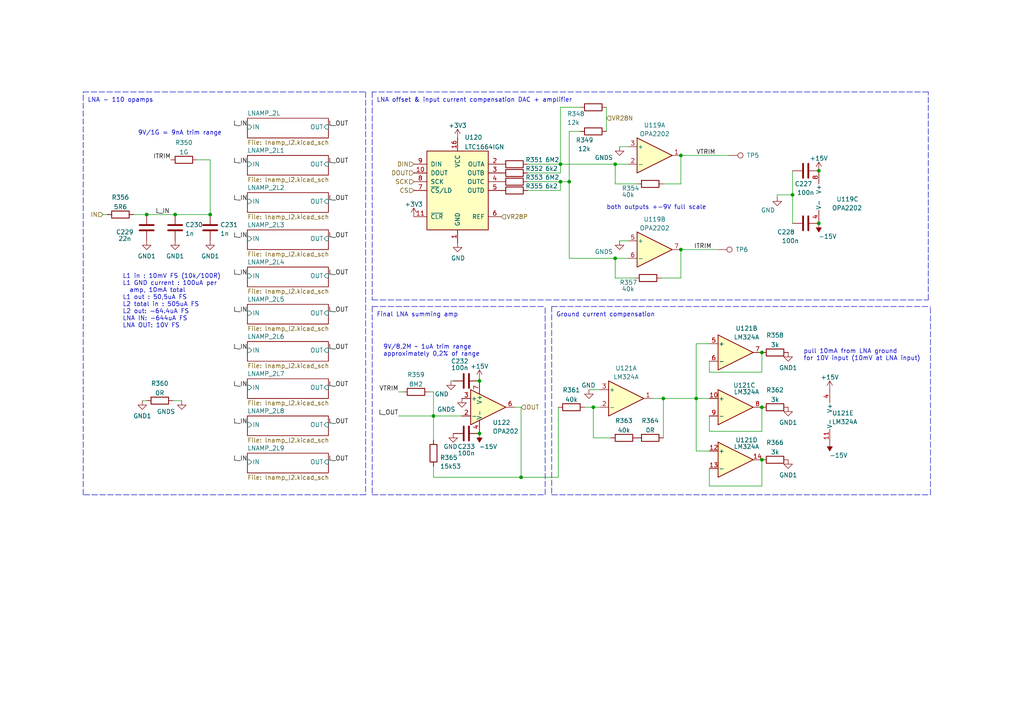
<source format=kicad_sch>
(kicad_sch (version 20211123) (generator eeschema)
  (paper "A4")
  (lib_symbols
    (symbol "Amplifier_Operational:LM324A" (pin_names (offset 0.127))
      (property "Reference" "U" (at 0 5.08 0))
      (property "Value" "LM324A" (at 0 -5.08 0))
      (symbol "LM324A_1_1"
        (polyline (pts (xy -5.08 5.08) (xy 5.08 0) (xy -5.08 -5.08) (xy -5.08 5.08)) (stroke (width 0.254)) (fill (type background)))
        (pin output line (at 7.62 0 180) (length 2.54) (name "~") (number "1"))
        (pin input line (at -7.62 -2.54 0) (length 2.54) (name "-") (number "2"))
        (pin input line (at -7.62 2.54 0) (length 2.54) (name "+") (number "3"))
      )
      (symbol "LM324A_2_1"
        (polyline (pts (xy -5.08 5.08) (xy 5.08 0) (xy -5.08 -5.08) (xy -5.08 5.08)) (stroke (width 0.254)) (fill (type background)))
        (pin input line (at -7.62 2.54 0) (length 2.54) (name "+") (number "5"))
        (pin input line (at -7.62 -2.54 0) (length 2.54) (name "-") (number "6"))
        (pin output line (at 7.62 0 180) (length 2.54) (name "~") (number "7"))
      )
      (symbol "LM324A_3_1"
        (polyline (pts (xy -5.08 5.08) (xy 5.08 0) (xy -5.08 -5.08) (xy -5.08 5.08)) (stroke (width 0.254)) (fill (type background)))
        (pin input line (at -7.62 2.54 0) (length 2.54) (name "+") (number "10"))
        (pin output line (at 7.62 0 180) (length 2.54) (name "~") (number "8"))
        (pin input line (at -7.62 -2.54 0) (length 2.54) (name "-") (number "9"))
      )
      (symbol "LM324A_4_1"
        (polyline (pts (xy -5.08 5.08) (xy 5.08 0) (xy -5.08 -5.08) (xy -5.08 5.08)) (stroke (width 0.254)) (fill (type background)))
        (pin input line (at -7.62 2.54 0) (length 2.54) (name "+") (number "12"))
        (pin input line (at -7.62 -2.54 0) (length 2.54) (name "-") (number "13"))
        (pin output line (at 7.62 0 180) (length 2.54) (name "~") (number "14"))
      )
      (symbol "LM324A_5_1"
        (pin power_in line (at -2.54 -7.62 90) (length 3.81) (name "V-") (number "11"))
        (pin power_in line (at -2.54 7.62 270) (length 3.81) (name "V+") (number "4"))
      )
    )
    (symbol "Amplifier_Operational:OPA188xxD" (pin_names (offset 0.127))
      (property "Reference" "U" (at 0 6.35 0))
      (property "Value" "OPA188xxD" (at 0 3.81 0))
      (symbol "OPA188xxD_0_1"
        (polyline (pts (xy -5.08 5.08) (xy 5.08 0) (xy -5.08 -5.08) (xy -5.08 5.08)) (stroke (width 0.254)) (fill (type background)))
      )
      (symbol "OPA188xxD_1_1"
        (pin no_connect line (at -2.54 2.54 270) (length 2.54) hide (name "NC") (number "1"))
        (pin input line (at -7.62 -2.54 0) (length 2.54) (name "-") (number "2"))
        (pin input line (at -7.62 2.54 0) (length 2.54) (name "+") (number "3"))
        (pin power_in line (at -2.54 -7.62 90) (length 3.81) (name "V-") (number "4"))
        (pin no_connect line (at 0 2.54 270) (length 2.54) hide (name "NC") (number "5"))
        (pin output line (at 7.62 0 180) (length 2.54) (name "~") (number "6"))
        (pin power_in line (at -2.54 7.62 270) (length 3.81) (name "V+") (number "7"))
        (pin no_connect line (at 0 -2.54 90) (length 2.54) hide (name "NC") (number "8"))
      )
    )
    (symbol "Amplifier_Operational:TL072" (pin_names (offset 0.127))
      (property "Reference" "U" (at 0 5.08 0))
      (property "Value" "TL072" (at 0 -5.08 0))
      (symbol "TL072_1_1"
        (polyline (pts (xy -5.08 5.08) (xy 5.08 0) (xy -5.08 -5.08) (xy -5.08 5.08)) (stroke (width 0.254)) (fill (type background)))
        (pin output line (at 7.62 0 180) (length 2.54) (name "~") (number "1"))
        (pin input line (at -7.62 -2.54 0) (length 2.54) (name "-") (number "2"))
        (pin input line (at -7.62 2.54 0) (length 2.54) (name "+") (number "3"))
      )
      (symbol "TL072_2_1"
        (polyline (pts (xy -5.08 5.08) (xy 5.08 0) (xy -5.08 -5.08) (xy -5.08 5.08)) (stroke (width 0.254)) (fill (type background)))
        (pin input line (at -7.62 2.54 0) (length 2.54) (name "+") (number "5"))
        (pin input line (at -7.62 -2.54 0) (length 2.54) (name "-") (number "6"))
        (pin output line (at 7.62 0 180) (length 2.54) (name "~") (number "7"))
      )
      (symbol "TL072_3_1"
        (pin power_in line (at -2.54 -7.62 90) (length 3.81) (name "V-") (number "4"))
        (pin power_in line (at -2.54 7.62 270) (length 3.81) (name "V+") (number "8"))
      )
    )
    (symbol "Analog_DAC:LTC1664IGN" (pin_names (offset 1.016))
      (property "Reference" "U" (at -8.89 12.7 0))
      (property "Value" "LTC1664IGN" (at 2.54 12.7 0))
      (symbol "LTC1664IGN_0_1"
        (rectangle (start -8.89 11.43) (end 8.89 -11.43) (stroke (width 0.254)) (fill (type background)))
      )
      (symbol "LTC1664IGN_1_1"
        (pin power_in line (at 0 -15.24 90) (length 3.81) (name "GND") (number "1"))
        (pin output line (at -12.7 5.08 0) (length 3.81) (name "DOUT") (number "10"))
        (pin input line (at -12.7 -7.62 0) (length 3.81) (name "~{CLR}") (number "11"))
        (pin no_connect line (at -5.08 -15.24 90) (length 3.81) hide (name "NC") (number "12"))
        (pin no_connect line (at -2.54 -15.24 90) (length 3.81) hide (name "NC") (number "13"))
        (pin no_connect line (at 2.54 -15.24 90) (length 3.81) hide (name "NC") (number "14"))
        (pin no_connect line (at 5.08 -15.24 90) (length 3.81) hide (name "NC") (number "15"))
        (pin power_in line (at 0 15.24 270) (length 3.81) (name "VCC") (number "16"))
        (pin output line (at 12.7 7.62 180) (length 3.81) (name "OUTA") (number "2"))
        (pin output line (at 12.7 5.08 180) (length 3.81) (name "OUTB") (number "3"))
        (pin output line (at 12.7 2.54 180) (length 3.81) (name "OUTC") (number "4"))
        (pin output line (at 12.7 0 180) (length 3.81) (name "OUTD") (number "5"))
        (pin input line (at 12.7 -7.62 180) (length 3.81) (name "REF") (number "6"))
        (pin input line (at -12.7 0 0) (length 3.81) (name "~{CS}/LD") (number "7"))
        (pin input line (at -12.7 2.54 0) (length 3.81) (name "SCK") (number "8"))
        (pin input line (at -12.7 7.62 0) (length 3.81) (name "DIN") (number "9"))
      )
    )
    (symbol "Connector:TestPoint" (pin_numbers hide) (pin_names (offset 0.762) hide)
      (property "Reference" "TP" (at 0 6.858 0))
      (property "Value" "TestPoint" (at 0 5.08 0))
      (symbol "TestPoint_0_1"
        (circle (center 0 3.302) (radius 0.762))
      )
      (symbol "TestPoint_1_1"
        (pin passive line (at 0 0 90) (length 2.54) (name "1") (number "1"))
      )
    )
    (symbol "Device:C" (pin_numbers hide) (pin_names (offset 0.254))
      (property "Reference" "C" (at 0.635 2.54 0))
      (property "Value" "C" (at 0.635 -2.54 0))
      (symbol "C_0_1"
        (polyline (pts (xy -2.032 -0.762) (xy 2.032 -0.762)) (stroke (width 0.508)))
        (polyline (pts (xy -2.032 0.762) (xy 2.032 0.762)) (stroke (width 0.508)))
      )
      (symbol "C_1_1"
        (pin passive line (at 0 3.81 270) (length 2.794) (name "~") (number "1"))
        (pin passive line (at 0 -3.81 90) (length 2.794) (name "~") (number "2"))
      )
    )
    (symbol "Device:R" (pin_numbers hide) (pin_names (offset 0))
      (property "Reference" "R" (at 2.032 0 90))
      (property "Value" "R" (at 0 0 90))
      (symbol "R_0_1"
        (rectangle (start -1.016 -2.54) (end 1.016 2.54) (stroke (width 0.254)))
      )
      (symbol "R_1_1"
        (pin passive line (at 0 3.81 270) (length 1.27) (name "~") (number "1"))
        (pin passive line (at 0 -3.81 90) (length 1.27) (name "~") (number "2"))
      )
    )
    (symbol "power:+15V" (power) (pin_names (offset 0))
      (property "Value" "+15V" (at 0 3.556 0))
      (symbol "+15V_0_1"
        (polyline (pts (xy -0.762 1.27) (xy 0 2.54)))
        (polyline (pts (xy 0 0) (xy 0 2.54)))
        (polyline (pts (xy 0 2.54) (xy 0.762 1.27)))
      )
      (symbol "+15V_1_1"
        (pin power_in line (at 0 0 90) (length 0) hide (name "+15V") (number "1"))
      )
    )
    (symbol "power:+3V3" (power) (pin_names (offset 0))
      (property "Value" "+3V3" (at 0 3.556 0))
      (symbol "+3V3_0_1"
        (polyline (pts (xy -0.762 1.27) (xy 0 2.54)))
        (polyline (pts (xy 0 0) (xy 0 2.54)))
        (polyline (pts (xy 0 2.54) (xy 0.762 1.27)))
      )
      (symbol "+3V3_1_1"
        (pin power_in line (at 0 0 90) (length 0) hide (name "+3V3") (number "1"))
      )
    )
    (symbol "power:-15V" (power) (pin_names (offset 0))
      (property "Value" "-15V" (at 0 3.81 0))
      (symbol "-15V_0_0"
        (pin power_in line (at 0 0 90) (length 0) hide (name "-15V") (number "1"))
      )
      (symbol "-15V_0_1"
        (polyline (pts (xy 0 0) (xy 0 1.27) (xy 0.762 1.27) (xy 0 2.54) (xy -0.762 1.27) (xy 0 1.27)) (fill (type outline)))
      )
    )
    (symbol "power:GND" (power) (pin_names (offset 0))
      (property "Value" "GND" (at 0 -3.81 0))
      (symbol "GND_0_1"
        (polyline (pts (xy 0 0) (xy 0 -1.27) (xy 1.27 -1.27) (xy 0 -2.54) (xy -1.27 -1.27) (xy 0 -1.27)))
      )
      (symbol "GND_1_1"
        (pin power_in line (at 0 0 270) (length 0) hide (name "GND") (number "1"))
      )
    )
    (symbol "power:GND1" (power) (pin_names (offset 0))
      (property "Value" "GND1" (at 0 -3.81 0))
      (symbol "GND1_0_1"
        (polyline (pts (xy 0 0) (xy 0 -1.27) (xy 1.27 -1.27) (xy 0 -2.54) (xy -1.27 -1.27) (xy 0 -1.27)))
      )
      (symbol "GND1_1_1"
        (pin power_in line (at 0 0 270) (length 0) hide (name "GND1") (number "1"))
      )
    )
    (symbol "power:GNDS" (power) (pin_names (offset 0))
      (property "Value" "GNDS" (at 0 -3.81 0))
      (symbol "GNDS_0_1"
        (polyline (pts (xy 0 0) (xy 0 -1.27) (xy 1.27 -1.27) (xy 0 -2.54) (xy -1.27 -1.27) (xy 0 -1.27)))
      )
      (symbol "GNDS_1_1"
        (pin power_in line (at 0 0 270) (length 0) hide (name "GNDS") (number "1"))
      )
    )
  )
  (junction (at 237.49 64.77))
  (junction (at 151.13 138.43))
  (junction (at 139.065 110.49))
  (junction (at 197.485 45.085))
  (junction (at 201.93 115.57))
  (junction (at 139.065 125.73))
  (junction (at 220.98 118.11))
  (junction (at 42.545 62.23))
  (junction (at 178.435 74.93))
  (junction (at 220.98 102.235))
  (junction (at 162.56 52.705))
  (junction (at 220.98 133.35))
  (junction (at 197.485 72.39))
  (junction (at 178.435 47.625))
  (junction (at 192.405 115.57))
  (junction (at 165.1 52.705))
  (junction (at 50.8 62.23))
  (junction (at 125.73 120.65))
  (junction (at 60.96 62.23))
  (junction (at 162.56 47.625))
  (junction (at 237.49 49.53))
  (junction (at 172.085 118.11))
  (junction (at 229.87 56.515))
  (wire (pts (xy 197.485 72.39) (xy 208.28 72.39)))
  (wire (pts (xy 197.485 53.34) (xy 197.485 45.085)))
  (wire (pts (xy 205.74 104.775) (xy 205.74 107.95)))
  (wire (pts (xy 178.435 80.645) (xy 178.435 74.93)))
  (wire (pts (xy 125.73 120.65) (xy 125.73 127.635)))
  (polyline (pts (xy 24.13 143.51) (xy 24.13 26.67)))
  (wire (pts (xy 220.98 125.095) (xy 220.98 118.11)))
  (wire (pts (xy 125.73 138.43) (xy 151.13 138.43)))
  (wire (pts (xy 125.73 113.665) (xy 125.73 120.65)))
  (wire (pts (xy 41.275 116.205) (xy 42.545 116.205)))
  (wire (pts (xy 184.785 53.34) (xy 178.435 53.34)))
  (wire (pts (xy 205.74 125.095) (xy 220.98 125.095)))
  (wire (pts (xy 125.73 135.255) (xy 125.73 138.43)))
  (wire (pts (xy 175.895 31.115) (xy 175.895 38.1)))
  (polyline (pts (xy 107.95 143.51) (xy 158.115 143.51)))
  (wire (pts (xy 115.57 113.665) (xy 116.84 113.665)))
  (polyline (pts (xy 160.02 88.9) (xy 160.02 143.51)))
  (wire (pts (xy 184.15 80.645) (xy 178.435 80.645)))
  (polyline (pts (xy 269.24 26.67) (xy 107.95 26.67)))
  (wire (pts (xy 130.81 110.49) (xy 131.445 110.49)))
  (wire (pts (xy 220.98 133.35) (xy 220.98 140.97)))
  (polyline (pts (xy 106.045 143.51) (xy 24.13 143.51)))
  (wire (pts (xy 197.485 45.085) (xy 211.455 45.085)))
  (wire (pts (xy 192.405 115.57) (xy 201.93 115.57)))
  (wire (pts (xy 201.93 115.57) (xy 205.74 115.57)))
  (wire (pts (xy 201.93 99.695) (xy 201.93 115.57)))
  (wire (pts (xy 205.74 99.695) (xy 201.93 99.695)))
  (wire (pts (xy 29.845 62.23) (xy 31.115 62.23)))
  (wire (pts (xy 60.96 46.355) (xy 60.96 62.23)))
  (wire (pts (xy 172.085 118.11) (xy 173.99 118.11)))
  (polyline (pts (xy 269.24 86.995) (xy 269.24 26.67)))
  (wire (pts (xy 205.74 120.65) (xy 205.74 125.095)))
  (wire (pts (xy 151.13 138.43) (xy 151.13 118.11)))
  (wire (pts (xy 162.56 52.705) (xy 165.1 52.705)))
  (wire (pts (xy 192.405 53.34) (xy 197.485 53.34)))
  (wire (pts (xy 169.545 118.11) (xy 172.085 118.11)))
  (polyline (pts (xy 269.875 143.51) (xy 269.875 88.9)))
  (wire (pts (xy 165.1 74.93) (xy 178.435 74.93)))
  (polyline (pts (xy 107.95 88.9) (xy 158.115 88.9)))
  (wire (pts (xy 229.87 49.53) (xy 229.87 56.515)))
  (wire (pts (xy 42.545 62.23) (xy 50.8 62.23)))
  (wire (pts (xy 153.035 52.705) (xy 162.56 52.705)))
  (wire (pts (xy 124.46 113.665) (xy 125.73 113.665)))
  (wire (pts (xy 229.87 56.515) (xy 225.425 56.515)))
  (wire (pts (xy 192.405 115.57) (xy 189.23 115.57)))
  (wire (pts (xy 162.56 47.625) (xy 178.435 47.625)))
  (wire (pts (xy 179.705 69.85) (xy 182.245 69.85)))
  (polyline (pts (xy 106.045 26.67) (xy 106.045 143.51)))
  (wire (pts (xy 220.98 140.97) (xy 205.74 140.97)))
  (wire (pts (xy 192.405 127) (xy 192.405 115.57)))
  (wire (pts (xy 197.485 80.645) (xy 197.485 72.39)))
  (wire (pts (xy 205.74 107.95) (xy 220.98 107.95)))
  (wire (pts (xy 50.8 62.23) (xy 60.96 62.23)))
  (wire (pts (xy 170.815 113.03) (xy 173.99 113.03)))
  (polyline (pts (xy 160.02 88.9) (xy 269.875 88.9)))
  (wire (pts (xy 201.93 130.81) (xy 205.74 130.81)))
  (wire (pts (xy 168.275 38.1) (xy 165.1 38.1)))
  (wire (pts (xy 153.035 47.625) (xy 162.56 47.625)))
  (wire (pts (xy 162.56 50.165) (xy 162.56 47.625)))
  (wire (pts (xy 115.57 120.65) (xy 125.73 120.65)))
  (polyline (pts (xy 160.02 143.51) (xy 269.875 143.51)))
  (wire (pts (xy 177.165 127) (xy 172.085 127)))
  (wire (pts (xy 178.435 47.625) (xy 182.245 47.625)))
  (wire (pts (xy 161.925 138.43) (xy 161.925 118.11)))
  (wire (pts (xy 153.035 55.245) (xy 162.56 55.245)))
  (wire (pts (xy 125.73 120.65) (xy 133.985 120.65)))
  (wire (pts (xy 165.1 38.1) (xy 165.1 52.705)))
  (wire (pts (xy 229.87 56.515) (xy 229.87 64.77)))
  (polyline (pts (xy 107.95 86.995) (xy 269.24 86.995)))
  (wire (pts (xy 179.705 42.545) (xy 182.245 42.545)))
  (polyline (pts (xy 107.95 88.9) (xy 107.95 143.51)))
  (polyline (pts (xy 24.13 26.67) (xy 106.045 26.67)))
  (wire (pts (xy 191.77 80.645) (xy 197.485 80.645)))
  (wire (pts (xy 178.435 53.34) (xy 178.435 47.625)))
  (wire (pts (xy 220.98 107.95) (xy 220.98 102.235)))
  (wire (pts (xy 168.275 31.115) (xy 162.56 31.115)))
  (wire (pts (xy 139.065 110.49) (xy 139.065 109.855)))
  (wire (pts (xy 162.56 55.245) (xy 162.56 52.705)))
  (wire (pts (xy 50.165 116.205) (xy 52.705 116.205)))
  (wire (pts (xy 165.1 52.705) (xy 165.1 74.93)))
  (wire (pts (xy 153.035 50.165) (xy 162.56 50.165)))
  (wire (pts (xy 205.74 140.97) (xy 205.74 135.89)))
  (wire (pts (xy 151.13 118.11) (xy 149.225 118.11)))
  (polyline (pts (xy 107.95 26.67) (xy 107.95 86.995)))
  (wire (pts (xy 151.13 138.43) (xy 161.925 138.43)))
  (wire (pts (xy 162.56 31.115) (xy 162.56 47.625)))
  (wire (pts (xy 178.435 74.93) (xy 182.245 74.93)))
  (wire (pts (xy 201.93 115.57) (xy 201.93 130.81)))
  (wire (pts (xy 225.425 56.515) (xy 225.425 57.15)))
  (wire (pts (xy 172.085 127) (xy 172.085 118.11)))
  (wire (pts (xy 57.15 46.355) (xy 60.96 46.355)))
  (polyline (pts (xy 158.115 143.51) (xy 158.115 88.9)))
  (wire (pts (xy 38.735 62.23) (xy 42.545 62.23)))
  (text "both outputs +-9V full scale" (at 175.895 60.96 0) (effects (font (size 1.27 1.27)) (justify left bottom)))
  (text "LNA - 110 opamps" (at 25.4 29.845 0) (effects (font (size 1.27 1.27)) (justify left bottom)))
  (text "Final LNA summing amp" (at 109.22 92.075 0) (effects (font (size 1.27 1.27)) (justify left bottom)))
  (text "9V/1G = 9nA trim range" (at 40.005 39.37 0) (effects (font (size 1.27 1.27)) (justify left bottom)))
  (text "L1 in : 10mV FS (10k/100R)\nL1 GND current : 100uA per \n  amp, 10mA total\nL1 out : 50,5uA FS\nL2 total in : 505uA FS\nL2 out: -64.4uA FS\nLNA IN: -644uA FS\nLNA OUT: 10V FS" (at 35.56 95.25 0) (effects (font (size 1.27 1.27)) (justify left bottom)))
  (text "LNA offset & input current compensation DAC + amplifier" (at 109.22 29.845 0) (effects (font (size 1.27 1.27)) (justify left bottom)))
  (text "Ground current compensation" (at 161.29 92.075 0) (effects (font (size 1.27 1.27)) (justify left bottom)))
  (text "9V/8,2M ~ 1uA trim range\napproximately 0,2% of range" (at 111.125 103.505 0) (effects (font (size 1.27 1.27)) (justify left bottom)))
  (text "pull 10mA from LNA ground \nfor 10V input (10mV at LNA input)" (at 233.045 104.775 0) (effects (font (size 1.27 1.27)) (justify left bottom)))
  (label "ITRIM" (at 49.53 46.355 180))
  (label "L_IN" (at 71.755 101.6 180))
  (label "VTRIM" (at 201.93 45.085 0))
  (label "L_OUT" (at 95.25 101.6 0))
  (label "L_OUT" (at 115.57 120.65 180))
  (label "L_OUT" (at 95.25 133.985 0))
  (label "L_OUT" (at 95.25 47.625 0))
  (label "L_IN" (at 71.755 133.985 180))
  (label "L_OUT" (at 95.25 90.805 0))
  (label "L_IN" (at 71.755 58.42 180))
  (label "L_IN" (at 71.755 90.805 180))
  (label "L_OUT" (at 95.25 112.395 0))
  (label "L_IN" (at 71.755 36.83 180))
  (label "L_OUT" (at 95.25 58.42 0))
  (label "L_IN" (at 71.755 47.625 180))
  (label "L_OUT" (at 95.25 69.215 0))
  (label "L_IN" (at 71.755 112.395 180))
  (label "L_OUT" (at 95.25 80.01 0))
  (label "ITRIM" (at 201.295 72.39 0))
  (label "VTRIM" (at 115.57 113.665 180))
  (label "L_IN" (at 71.755 69.215 180))
  (label "L_IN" (at 71.755 123.19 180))
  (label "L_IN" (at 45.085 62.23 0))
  (label "L_IN" (at 71.755 80.01 180))
  (label "L_OUT" (at 95.25 36.83 0))
  (label "L_OUT" (at 95.25 123.19 0))
  (hierarchical_label "DOUT" (shape input) (at 120.015 50.165 180))
  (hierarchical_label "SCK" (shape input) (at 120.015 52.705 180))
  (hierarchical_label "CS" (shape input) (at 120.015 55.245 180))
  (hierarchical_label "IN" (shape input) (at 29.845 62.23 180))
  (hierarchical_label "VR28P" (shape input) (at 145.415 62.865 0))
  (hierarchical_label "DIN" (shape input) (at 120.015 47.625 180))
  (hierarchical_label "VR28N" (shape input) (at 175.895 34.29 0))
  (hierarchical_label "OUT" (shape input) (at 151.13 118.11 0))
  (symbol (lib_id "Device:R") (at 149.225 47.625 270) (mirror x) (unit 1)
    (property "Reference" "R351" (at 152.4 46.355 90) (effects (justify left)))
    (property "Value" "6M2" (at 158.115 46.355 90) (effects (justify left)))
    (property "Footprint" "Resistor_SMD:R_0805_2012Metric" (effects hide))
    (property "PN" "CRCW08056M20" (effects hide))
    (property "supplier" "TME" (effects hide))
  )
  (symbol (lib_id "power:GND1") (at 228.6 102.235 0) (unit 1)
    (property "Reference" "#PWR0559" (effects hide))
    (property "Value" "GND1" (at 228.6 106.6784 0))
  )
  (symbol (lib_id "Device:C") (at 50.8 66.04 0) (unit 1)
    (property "Reference" "C230" (at 53.721 65.2053 0) (effects (justify left)))
    (property "Value" "1n" (at 53.721 67.7422 0) (effects (justify left)))
    (property "Footprint" "Capacitor_SMD:C_0805_2012Metric" (effects hide))
    (property "PN" "VJ0805A102JXACW1BC" (effects hide))
    (property "supplier" "TME" (effects hide))
  )
  (symbol (lib_id "Amplifier_Operational:TL072") (at 189.865 72.39 0) (unit 2)
    (property "Reference" "U119" (at 189.865 63.6102 0))
    (property "Value" "OPA2202" (at 189.865 66.1471 0))
    (property "Footprint" "Package_SO:SOIC-8_3.9x4.9mm_P1.27mm" (effects hide))
    (property "Datasheet" "http://www.ti.com/lit/ds/symlink/tl071.pdf" (effects hide))
    (property "PN" "OPA2202IDR" (effects hide))
    (property "supplier" "MOUSER" (effects hide))
  )
  (symbol (lib_id "Analog_DAC:LTC1664IGN") (at 132.715 55.245 0) (unit 1)
    (property "Reference" "U120" (at 134.7344 39.8485 0) (effects (justify left)))
    (property "Value" "LTC1664IGN" (at 134.7344 42.6236 0) (effects (justify left)))
    (property "Footprint" "Package_SO:TSSOP-16_4.4x5mm_P0.65mm" (effects hide))
    (property "Datasheet" "https://www.analog.com/media/en/technical-documentation/data-sheets/1664fa.pdf" (effects hide))
    (property "PN" "LTC1664IGN" (effects hide))
    (property "supplier" "MOUSER" (effects hide))
  )
  (symbol (lib_id "power:+15V") (at 240.665 113.03 0) (unit 1)
    (property "Reference" "#PWR0563" (effects hide))
    (property "Value" "+15V" (at 240.665 109.4255 0))
  )
  (symbol (lib_id "power:GND1") (at 228.6 133.35 0) (unit 1)
    (property "Reference" "#PWR0571" (effects hide))
    (property "Value" "GND1" (at 228.6 137.7934 0))
  )
  (symbol (lib_id "Connector:TestPoint") (at 208.28 72.39 270) (unit 1)
    (property "Reference" "TP6" (at 213.36 72.39 90) (effects (justify left)))
    (property "Value" "TestPoint" (effects hide))
    (property "Footprint" "TestPoint:TestPoint_Loop_D2.54mm_Drill1.5mm_Beaded" (effects hide))
    (property "comment" "optional" (effects hide))
    (property "supplier" "aliexpress" (effects hide))
  )
  (symbol (lib_id "Device:R") (at 172.085 38.1 270) (mirror x) (unit 1)
    (property "Reference" "R349" (at 167.005 40.64 90) (effects (justify left)))
    (property "Value" "12k" (at 167.64 43.18 90) (effects (justify left)))
    (property "Footprint" "Resistor_SMD:R_0805_2012Metric" (effects hide))
    (property "PN" "CRCW080512K0" (effects hide))
    (property "supplier" "TME" (effects hide))
  )
  (symbol (lib_id "Amplifier_Operational:TL072") (at 240.03 57.15 0) (unit 3)
    (property "Reference" "U119" (at 242.57 57.785 0) (effects (justify left)))
    (property "Value" "OPA2202" (at 241.3 60.325 0) (effects (justify left)))
    (property "Footprint" "Package_SO:SOIC-8_3.9x4.9mm_P1.27mm" (effects hide))
    (property "Datasheet" "http://www.ti.com/lit/ds/symlink/tl071.pdf" (effects hide))
    (property "PN" "OPA2202IDR" (effects hide))
    (property "supplier" "MOUSER" (effects hide))
  )
  (symbol (lib_id "power:GND1") (at 42.545 69.85 0) (unit 1)
    (property "Reference" "#PWR0554" (effects hide))
    (property "Value" "GND1" (at 42.545 74.2934 0))
  )
  (symbol (lib_id "Device:R") (at 149.225 52.705 270) (mirror x) (unit 1)
    (property "Reference" "R353" (at 152.4 51.435 90) (effects (justify left)))
    (property "Value" "6M2" (at 158.115 51.435 90) (effects (justify left)))
    (property "Footprint" "Resistor_SMD:R_0805_2012Metric" (effects hide))
    (property "PN" "CRCW08056M20" (effects hide))
    (property "supplier" "TME" (effects hide))
  )
  (symbol (lib_id "Amplifier_Operational:LM324A") (at 243.205 120.65 0) (unit 5)
    (property "Reference" "U121" (at 241.3 119.8153 0) (effects (justify left)))
    (property "Value" "LM324A" (at 241.3 122.3522 0) (effects (justify left)))
    (property "Footprint" "Package_SO:SOIC-14_3.9x8.7mm_P1.27mm" (effects hide))
    (property "Datasheet" "http://www.ti.com/lit/ds/symlink/lm2902-n.pdf" (effects hide))
    (property "PN" "LM324AD" (effects hide))
    (property "supplier" "TME" (effects hide))
  )
  (symbol (lib_id "power:GND") (at 132.715 70.485 0) (unit 1)
    (property "Reference" "#PWR0558" (effects hide))
    (property "Value" "GND" (at 132.842 74.8792 0))
  )
  (symbol (lib_id "Device:R") (at 188.595 53.34 270) (mirror x) (unit 1)
    (property "Reference" "R354" (at 180.34 54.61 90) (effects (justify left)))
    (property "Value" "40k" (at 180.34 56.515 90) (effects (justify left)))
    (property "Footprint" "Resistor_SMD:R_0805_2012Metric" (effects hide))
    (property "PN" "279-RN73C2A40K2BTD " (effects hide))
    (property "supplier" "MOUSER" (effects hide))
  )
  (symbol (lib_id "Amplifier_Operational:LM324A") (at 181.61 115.57 0) (unit 1)
    (property "Reference" "U121" (at 181.61 106.7902 0))
    (property "Value" "LM324A" (at 181.61 109.3271 0))
    (property "Footprint" "Package_SO:SOIC-14_3.9x8.7mm_P1.27mm" (effects hide))
    (property "Datasheet" "http://www.ti.com/lit/ds/symlink/lm2902-n.pdf" (effects hide))
    (property "PN" "LM324AD" (effects hide))
    (property "supplier" "TME" (effects hide))
  )
  (symbol (lib_id "Device:C") (at 233.68 64.77 270) (unit 1)
    (property "Reference" "C228" (at 227.965 67.31 90))
    (property "Value" "100n" (at 229.235 69.85 90))
    (property "Footprint" "Capacitor_SMD:C_0805_2012Metric_Pad1.18x1.45mm_HandSolder" (effects hide))
    (property "PN" "CL21B104KBCNNNC" (effects hide))
    (property "supplier" "TME" (effects hide))
  )
  (symbol (lib_id "Amplifier_Operational:LM324A") (at 213.36 102.235 0) (unit 2)
    (property "Reference" "U121" (at 216.535 95.25 0))
    (property "Value" "LM324A" (at 216.535 97.79 0))
    (property "Footprint" "Package_SO:SOIC-14_3.9x8.7mm_P1.27mm" (effects hide))
    (property "Datasheet" "http://www.ti.com/lit/ds/symlink/lm2902-n.pdf" (effects hide))
    (property "PN" "LM324AD" (effects hide))
    (property "supplier" "TME" (effects hide))
  )
  (symbol (lib_id "power:GND1") (at 50.8 69.85 0) (unit 1)
    (property "Reference" "#PWR0555" (effects hide))
    (property "Value" "GND1" (at 50.8 74.2934 0))
  )
  (symbol (lib_id "Device:C") (at 135.255 125.73 270) (unit 1)
    (property "Reference" "C233" (at 135.255 129.54 90))
    (property "Value" "100n" (at 135.255 131.445 90))
    (property "Footprint" "Capacitor_SMD:C_0805_2012Metric_Pad1.18x1.45mm_HandSolder" (effects hide))
    (property "PN" "CL21B104KBCNNNC" (effects hide))
    (property "supplier" "TME" (effects hide))
  )
  (symbol (lib_id "Device:R") (at 125.73 131.445 180) (unit 1)
    (property "Reference" "R365" (at 127.635 132.715 0) (effects (justify right)))
    (property "Value" "15k53" (at 127.635 135.255 0) (effects (justify right)))
    (property "Footprint" "Resistor_SMD:R_0805_2012Metric" (effects hide))
    (property "PN" "RN73C2A15K4BTDF" (effects hide))
    (property "supplier" "MOUSER" (effects hide))
  )
  (symbol (lib_id "Device:C") (at 42.545 66.04 0) (unit 1)
    (property "Reference" "C229" (at 36.195 67.31 0))
    (property "Value" "22n" (at 36.195 69.215 0))
    (property "Footprint" "Capacitor_THT:C_Rect_L7.0mm_W3.5mm_P5.00mm" (effects hide))
    (property "PN" "R82IC2220Z350K" (effects hide))
    (property "supplier" "TME" (effects hide))
  )
  (symbol (lib_id "Device:R") (at 224.79 133.35 270) (unit 1)
    (property "Reference" "R366" (at 224.79 128.3675 90))
    (property "Value" "3k" (at 224.79 131.1426 90))
    (property "Footprint" "Resistor_SMD:R_0805_2012Metric" (effects hide))
    (property "PN" "CRCW08053K0" (effects hide))
    (property "supplier" "TME" (effects hide))
  )
  (symbol (lib_id "power:GNDS") (at 179.705 69.85 0) (unit 1)
    (property "Reference" "#PWR0557" (effects hide))
    (property "Value" "GNDS" (at 177.8 73.025 0) (effects (justify right)))
  )
  (symbol (lib_id "power:-15V") (at 240.665 128.27 180) (unit 1)
    (property "Reference" "#PWR0570" (effects hide))
    (property "Value" "-15V" (at 243.205 132.08 0))
  )
  (symbol (lib_id "Device:R") (at 188.595 127 270) (unit 1)
    (property "Reference" "R364" (at 188.595 122.0175 90))
    (property "Value" "0R" (at 188.595 124.7926 90))
    (property "Footprint" "Resistor_SMD:R_0805_2012Metric" (effects hide))
    (property "PN" "CRCW08050000" (effects hide))
    (property "supplier" "TME" (effects hide))
  )
  (symbol (lib_id "Device:R") (at 165.735 118.11 270) (unit 1)
    (property "Reference" "R361" (at 165.735 113.1275 90))
    (property "Value" "40k" (at 165.735 115.9026 90))
    (property "Footprint" "Resistor_SMD:R_0805_2012Metric" (effects hide))
    (property "PN" "279-RN73C2A40K2BTD " (effects hide))
    (property "supplier" "MOUSER" (effects hide))
  )
  (symbol (lib_id "Amplifier_Operational:LM324A") (at 213.36 133.35 0) (unit 4)
    (property "Reference" "U121" (at 216.535 127.635 0))
    (property "Value" "LM324A" (at 216.535 129.54 0))
    (property "Footprint" "Package_SO:SOIC-14_3.9x8.7mm_P1.27mm" (effects hide))
    (property "Datasheet" "http://www.ti.com/lit/ds/symlink/lm2902-n.pdf" (effects hide))
    (property "PN" "LM324AD" (effects hide))
    (property "supplier" "TME" (effects hide))
  )
  (symbol (lib_id "Device:C") (at 60.96 66.04 0) (unit 1)
    (property "Reference" "C231" (at 63.881 65.2053 0) (effects (justify left)))
    (property "Value" "1n" (at 63.881 67.7422 0) (effects (justify left)))
    (property "Footprint" "Capacitor_SMD:C_0805_2012Metric" (effects hide))
    (property "PN" "VJ0805A102JXACW1BC" (effects hide))
    (property "supplier" "TME" (effects hide))
  )
  (symbol (lib_id "power:+3V3") (at 132.715 40.005 0) (unit 1)
    (property "Reference" "#PWR0548" (effects hide))
    (property "Value" "+3V3" (at 132.715 36.4005 0))
  )
  (symbol (lib_id "power:GND") (at 130.81 110.49 0) (unit 1)
    (property "Reference" "#PWR0561" (effects hide))
    (property "Value" "GND" (at 130.175 114.3 0) (effects (justify right)))
  )
  (symbol (lib_id "Device:R") (at 46.355 116.205 270) (unit 1)
    (property "Reference" "R360" (at 46.355 111.2225 90))
    (property "Value" "0R" (at 46.355 113.9976 90))
    (property "Footprint" "Resistor_SMD:R_0805_2012Metric" (effects hide))
    (property "PN" "CRCW08050000" (effects hide))
    (property "supplier" "TME" (effects hide))
  )
  (symbol (lib_id "Device:C") (at 233.68 49.53 270) (unit 1)
    (property "Reference" "C227" (at 233.045 53.34 90))
    (property "Value" "100n" (at 233.68 55.88 90))
    (property "Footprint" "Capacitor_SMD:C_0805_2012Metric_Pad1.18x1.45mm_HandSolder" (effects hide))
    (property "PN" "CL21B104KBCNNNC" (effects hide))
    (property "supplier" "TME" (effects hide))
  )
  (symbol (lib_id "power:GND") (at 170.815 113.03 0) (unit 1)
    (property "Reference" "#PWR0562" (effects hide))
    (property "Value" "GND" (at 172.72 111.76 0) (effects (justify right)))
  )
  (symbol (lib_id "Device:R") (at 149.225 55.245 270) (mirror x) (unit 1)
    (property "Reference" "R355" (at 152.4 53.975 90) (effects (justify left)))
    (property "Value" "6k2" (at 158.115 53.975 90) (effects (justify left)))
    (property "Footprint" "Resistor_SMD:R_0805_2012Metric" (effects hide))
    (property "PN" "CRCW08056K20" (effects hide))
    (property "supplier" "TME" (effects hide))
  )
  (symbol (lib_id "Device:C") (at 135.255 110.49 270) (unit 1)
    (property "Reference" "C232" (at 133.35 104.775 90))
    (property "Value" "100n" (at 133.35 106.68 90))
    (property "Footprint" "Capacitor_SMD:C_0805_2012Metric_Pad1.18x1.45mm_HandSolder" (effects hide))
    (property "PN" "CL21B104KBCNNNC" (effects hide))
    (property "supplier" "TME" (effects hide))
  )
  (symbol (lib_id "power:-15V") (at 139.065 125.73 180) (unit 1)
    (property "Reference" "#PWR0569" (effects hide))
    (property "Value" "-15V" (at 141.605 129.54 0))
  )
  (symbol (lib_id "power:GND") (at 225.425 57.15 0) (unit 1)
    (property "Reference" "#PWR0551" (effects hide))
    (property "Value" "GND" (at 224.79 60.96 0) (effects (justify right)))
  )
  (symbol (lib_id "Amplifier_Operational:TL072") (at 189.865 45.085 0) (unit 1)
    (property "Reference" "U119" (at 189.865 36.3052 0))
    (property "Value" "OPA2202" (at 189.865 38.8421 0))
    (property "Footprint" "Package_SO:SOIC-8_3.9x4.9mm_P1.27mm" (effects hide))
    (property "Datasheet" "http://www.ti.com/lit/ds/symlink/tl071.pdf" (effects hide))
    (property "PN" "OPA2202IDR" (effects hide))
    (property "supplier" "MOUSER" (effects hide))
  )
  (symbol (lib_id "power:+15V") (at 139.065 109.855 0) (unit 1)
    (property "Reference" "#PWR0560" (effects hide))
    (property "Value" "+15V" (at 139.065 106.2505 0))
  )
  (symbol (lib_id "Device:R") (at 224.79 102.235 270) (unit 1)
    (property "Reference" "R358" (at 224.79 97.2525 90))
    (property "Value" "3k" (at 224.79 100.0276 90))
    (property "Footprint" "Resistor_SMD:R_0805_2012Metric" (effects hide))
    (property "PN" "CRCW08053K0" (effects hide))
    (property "supplier" "TME" (effects hide))
  )
  (symbol (lib_id "Device:R") (at 172.085 31.115 270) (mirror x) (unit 1)
    (property "Reference" "R348" (at 164.465 33.02 90) (effects (justify left)))
    (property "Value" "12k" (at 164.465 35.56 90) (effects (justify left)))
    (property "Footprint" "Resistor_SMD:R_0805_2012Metric" (effects hide))
    (property "PN" "CRCW080512K0" (effects hide))
    (property "supplier" "TME" (effects hide))
  )
  (symbol (lib_id "power:GNDS") (at 133.985 115.57 0) (unit 1)
    (property "Reference" "#PWR0564" (effects hide))
    (property "Value" "GNDS" (at 132.08 118.745 0) (effects (justify right)))
  )
  (symbol (lib_id "power:-15V") (at 237.49 64.77 180) (unit 1)
    (property "Reference" "#PWR0553" (effects hide))
    (property "Value" "-15V" (at 240.03 68.58 0))
  )
  (symbol (lib_id "power:+15V") (at 237.49 49.53 0) (unit 1)
    (property "Reference" "#PWR0550" (effects hide))
    (property "Value" "+15V" (at 237.49 45.9255 0))
  )
  (symbol (lib_id "Amplifier_Operational:LM324A") (at 213.36 118.11 0) (unit 3)
    (property "Reference" "U121" (at 215.9 111.76 0))
    (property "Value" "LM324A" (at 216.535 113.665 0))
    (property "Footprint" "Package_SO:SOIC-14_3.9x8.7mm_P1.27mm" (effects hide))
    (property "Datasheet" "http://www.ti.com/lit/ds/symlink/lm2902-n.pdf" (effects hide))
    (property "PN" "LM324AD" (effects hide))
    (property "supplier" "TME" (effects hide))
  )
  (symbol (lib_id "Device:R") (at 224.79 118.11 270) (unit 1)
    (property "Reference" "R362" (at 224.79 113.1275 90))
    (property "Value" "3k" (at 224.79 115.9026 90))
    (property "Footprint" "Resistor_SMD:R_0805_2012Metric" (effects hide))
    (property "PN" "CRCW08053K0" (effects hide))
    (property "supplier" "TME" (effects hide))
  )
  (symbol (lib_id "Device:R") (at 149.225 50.165 270) (mirror x) (unit 1)
    (property "Reference" "R352" (at 152.4 48.895 90) (effects (justify left)))
    (property "Value" "6k2" (at 158.115 48.895 90) (effects (justify left)))
    (property "Footprint" "Resistor_SMD:R_0805_2012Metric" (effects hide))
    (property "PN" "CRCW08056K20" (effects hide))
    (property "supplier" "TME" (effects hide))
  )
  (symbol (lib_id "Amplifier_Operational:OPA188xxD") (at 141.605 118.11 0) (unit 1)
    (property "Reference" "U122" (at 142.875 122.555 0) (effects (justify left)))
    (property "Value" "OPA202" (at 142.875 125.095 0) (effects (justify left)))
    (property "Footprint" "Package_SO:SOIC-8_3.9x4.9mm_P1.27mm" (effects hide))
    (property "Datasheet" "http://www.ti.com/lit/ds/symlink/opa188.pdf" (effects hide))
    (property "PN" "OPA202IDR" (effects hide))
    (property "supplier" "MOUSER" (effects hide))
  )
  (symbol (lib_id "power:GND1") (at 228.6 118.11 0) (unit 1)
    (property "Reference" "#PWR0567" (effects hide))
    (property "Value" "GND1" (at 228.6 122.5534 0))
  )
  (symbol (lib_id "power:GND1") (at 60.96 69.85 0) (unit 1)
    (property "Reference" "#PWR0556" (effects hide))
    (property "Value" "GND1" (at 60.96 74.2934 0))
  )
  (symbol (lib_id "Device:R") (at 120.65 113.665 270) (unit 1)
    (property "Reference" "R359" (at 120.65 108.6825 90))
    (property "Value" "8M2" (at 120.65 111.4576 90))
    (property "Footprint" "Resistor_SMD:R_0805_2012Metric" (effects hide))
    (property "PN" "CRCW08058M20" (effects hide))
    (property "supplier" "TME" (effects hide))
  )
  (symbol (lib_id "power:+3V3") (at 120.015 62.865 0) (unit 1)
    (property "Reference" "#PWR0552" (effects hide))
    (property "Value" "+3V3" (at 120.015 59.2605 0))
  )
  (symbol (lib_id "power:GND") (at 131.445 125.73 0) (unit 1)
    (property "Reference" "#PWR0568" (effects hide))
    (property "Value" "GND" (at 132.715 129.54 0) (effects (justify right)))
  )
  (symbol (lib_id "Connector:TestPoint") (at 211.455 45.085 270) (unit 1)
    (property "Reference" "TP5" (at 216.535 45.085 90) (effects (justify left)))
    (property "Value" "TestPoint" (effects hide))
    (property "Footprint" "TestPoint:TestPoint_Loop_D2.54mm_Drill1.5mm_Beaded" (effects hide))
    (property "comment" "optional" (effects hide))
    (property "supplier" "aliexpress" (effects hide))
  )
  (symbol (lib_id "Device:R") (at 187.96 80.645 270) (mirror x) (unit 1)
    (property "Reference" "R357" (at 179.705 81.915 90) (effects (justify left)))
    (property "Value" "40k" (at 180.34 83.82 90) (effects (justify left)))
    (property "Footprint" "Resistor_SMD:R_0805_2012Metric" (effects hide))
    (property "PN" "279-RN73C2A40K2BTD " (effects hide))
    (property "supplier" "MOUSER" (effects hide))
  )
  (symbol (lib_id "power:GNDS") (at 52.705 116.205 0) (unit 1)
    (property "Reference" "#PWR0566" (effects hide))
    (property "Value" "GNDS" (at 50.8 119.38 0) (effects (justify right)))
  )
  (symbol (lib_id "Device:R") (at 180.975 127 270) (unit 1)
    (property "Reference" "R363" (at 180.975 122.0175 90))
    (property "Value" "40k" (at 180.975 124.7926 90))
    (property "Footprint" "Resistor_SMD:R_0805_2012Metric" (effects hide))
    (property "PN" "279-RN73C2A40K2BTD " (effects hide))
    (property "supplier" "MOUSER" (effects hide))
  )
  (symbol (lib_id "power:GND1") (at 41.275 116.205 0) (unit 1)
    (property "Reference" "#PWR0565" (effects hide))
    (property "Value" "GND1" (at 41.275 120.6484 0))
  )
  (symbol (lib_id "power:GNDS") (at 179.705 42.545 0) (unit 1)
    (property "Reference" "#PWR0549" (effects hide))
    (property "Value" "GNDS" (at 177.8 45.72 0) (effects (justify right)))
  )
  (symbol (lib_id "Device:R") (at 34.925 62.23 90) (unit 1)
    (property "Reference" "R356" (at 34.925 57.2475 90))
    (property "Value" "5R6" (at 34.925 60.0226 90))
    (property "Footprint" "Resistor_SMD:R_MiniMELF_MMA-0204" (effects hide))
    (property "PN" "SMDMM0204-5R6" (effects hide))
    (property "supplier" "TME" (effects hide))
  )
  (symbol (lib_id "Device:R") (at 53.34 46.355 270) (unit 1)
    (property "Reference" "R350" (at 53.34 41.3725 90))
    (property "Value" "1G" (at 53.34 44.1476 90))
    (property "Footprint" "Resistor_THT:R_Axial_DIN0411_L9.9mm_D3.6mm_P20.32mm_Horizontal" (effects hide))
    (property "PN" "MOX-400231007FE " (effects hide))
    (property "supplier" "MOUSER" (effects hide))
  )
  (sheet (at 71.755 109.855) (size 23.495 5.715) (stroke (width 0.1524))
    (property "Sheet name" "LNAMP_2L7" (at 71.755 109.1434 0) (effects (justify left bottom)))
    (property "Sheet file" "lnamp_l2.kicad_sch" (at 71.755 116.1546 0) (effects (justify left top)))
    (pin "OUT" input (at 95.25 112.395 0))
    (pin "IN" input (at 71.755 112.395 180))
  )
  (sheet (at 71.755 45.085) (size 23.495 5.715) (stroke (width 0.1524))
    (property "Sheet name" "LNAMP_2L1" (at 71.755 44.3734 0) (effects (justify left bottom)))
    (property "Sheet file" "lnamp_l2.kicad_sch" (at 71.755 51.3846 0) (effects (justify left top)))
    (pin "OUT" input (at 95.25 47.625 0))
    (pin "IN" input (at 71.755 47.625 180))
  )
  (sheet (at 71.755 88.265) (size 23.495 5.715) (stroke (width 0.1524))
    (property "Sheet name" "LNAMP_2L5" (at 71.755 87.5534 0) (effects (justify left bottom)))
    (property "Sheet file" "lnamp_l2.kicad_sch" (at 71.755 94.5646 0) (effects (justify left top)))
    (pin "OUT" input (at 95.25 90.805 0))
    (pin "IN" input (at 71.755 90.805 180))
  )
  (sheet (at 71.755 99.06) (size 23.495 5.715) (stroke (width 0.1524))
    (property "Sheet name" "LNAMP_2L6" (at 71.755 98.3484 0) (effects (justify left bottom)))
    (property "Sheet file" "lnamp_l2.kicad_sch" (at 71.755 105.3596 0) (effects (justify left top)))
    (pin "OUT" input (at 95.25 101.6 0))
    (pin "IN" input (at 71.755 101.6 180))
  )
  (sheet (at 71.755 120.65) (size 23.495 5.715) (stroke (width 0.1524))
    (property "Sheet name" "LNAMP_2L8" (at 71.755 119.9384 0) (effects (justify left bottom)))
    (property "Sheet file" "lnamp_l2.kicad_sch" (at 71.755 126.9496 0) (effects (justify left top)))
    (pin "OUT" input (at 95.25 123.19 0))
    (pin "IN" input (at 71.755 123.19 180))
  )
  (sheet (at 71.755 131.445) (size 23.495 5.715) (stroke (width 0.1524))
    (property "Sheet name" "LNAMP_2L9" (at 71.755 130.7334 0) (effects (justify left bottom)))
    (property "Sheet file" "lnamp_l2.kicad_sch" (at 71.755 137.7446 0) (effects (justify left top)))
    (pin "OUT" input (at 95.25 133.985 0))
    (pin "IN" input (at 71.755 133.985 180))
  )
  (sheet (at 71.755 55.88) (size 23.495 5.715) (stroke (width 0.1524))
    (property "Sheet name" "LNAMP_2L2" (at 71.755 55.1684 0) (effects (justify left bottom)))
    (property "Sheet file" "lnamp_l2.kicad_sch" (at 71.755 62.1796 0) (effects (justify left top)))
    (pin "OUT" input (at 95.25 58.42 0))
    (pin "IN" input (at 71.755 58.42 180))
  )
  (sheet (at 71.755 77.47) (size 23.495 5.715) (stroke (width 0.1524))
    (property "Sheet name" "LNAMP_2L4" (at 71.755 76.7584 0) (effects (justify left bottom)))
    (property "Sheet file" "lnamp_l2.kicad_sch" (at 71.755 83.7696 0) (effects (justify left top)))
    (pin "OUT" input (at 95.25 80.01 0))
    (pin "IN" input (at 71.755 80.01 180))
  )
  (sheet (at 71.755 34.29) (size 23.495 5.715) (stroke (width 0.1524))
    (property "Sheet name" "LNAMP_2L" (at 71.755 33.5784 0) (effects (justify left bottom)))
    (property "Sheet file" "lnamp_l2.kicad_sch" (at 71.755 40.5896 0) (effects (justify left top)))
    (pin "OUT" input (at 95.25 36.83 0))
    (pin "IN" input (at 71.755 36.83 180))
  )
  (sheet (at 71.755 66.675) (size 23.495 5.715) (stroke (width 0.1524))
    (property "Sheet name" "LNAMP_2L3" (at 71.755 65.9634 0) (effects (justify left bottom)))
    (property "Sheet file" "lnamp_l2.kicad_sch" (at 71.755 72.9746 0) (effects (justify left top)))
    (pin "OUT" input (at 95.25 69.215 0))
    (pin "IN" input (at 71.755 69.215 180))
  )
)
</source>
